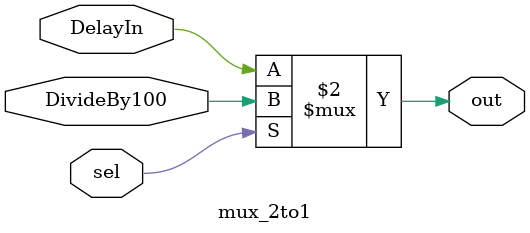
<source format=v>
module mux_2to1 (
    input wire DelayIn, DivideBy100, sel,
    output wire out
);
    assign out = (sel ==0? DelayIn: DivideBy100);
endmodule
</source>
